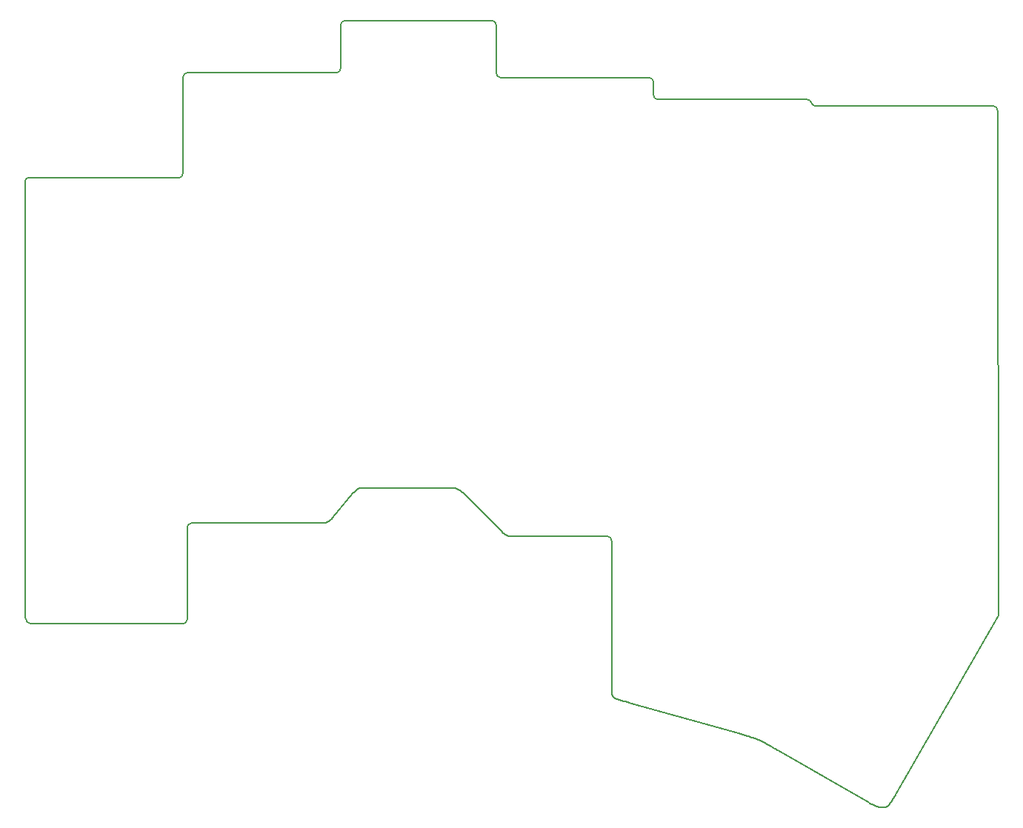
<source format=gm1>
G04 #@! TF.GenerationSoftware,KiCad,Pcbnew,9.0.2*
G04 #@! TF.CreationDate,2025-05-13T18:54:25-04:00*
G04 #@! TF.ProjectId,chocofi,63686f63-6f66-4692-9e6b-696361645f70,2.1*
G04 #@! TF.SameCoordinates,Original*
G04 #@! TF.FileFunction,Profile,NP*
%FSLAX46Y46*%
G04 Gerber Fmt 4.6, Leading zero omitted, Abs format (unit mm)*
G04 Created by KiCad (PCBNEW 9.0.2) date 2025-05-13 18:54:25*
%MOMM*%
%LPD*%
G01*
G04 APERTURE LIST*
G04 #@! TA.AperFunction,Profile*
%ADD10C,0.150000*%
G04 #@! TD*
%ADD11C,0.150000*%
G04 APERTURE END LIST*
D10*
X187620000Y-53805000D02*
X167330400Y-53815020D01*
X94515447Y-62020847D02*
X77419200Y-61976000D01*
X176500000Y-132500000D02*
X188214000Y-112014000D01*
X163000000Y-127500000D02*
X173500000Y-133500000D01*
X166360498Y-53055000D02*
G75*
G02*
X166850402Y-53455020I2J-500000D01*
G01*
X167330400Y-53815020D02*
G75*
G02*
X166850386Y-53455024I0J500020D01*
G01*
X166360498Y-53055000D02*
X149293200Y-53069020D01*
X95015447Y-61520847D02*
G75*
G02*
X94515447Y-62020847I-500047J47D01*
G01*
X95017120Y-50506820D02*
G75*
G02*
X95517120Y-50006820I499980J20D01*
G01*
X130310000Y-44036200D02*
X113530000Y-44049553D01*
X130810000Y-50053400D02*
X130810000Y-44536200D01*
X148293200Y-50569020D02*
X131310000Y-50553400D01*
X148793200Y-52569020D02*
X148793200Y-51069020D01*
X95017120Y-50506820D02*
X95015447Y-61520847D01*
X112547120Y-50006820D02*
X95517120Y-50006820D01*
X113030000Y-44549553D02*
X113047120Y-49506820D01*
X113047120Y-49506820D02*
G75*
G02*
X112547120Y-50006820I-500020J20D01*
G01*
X113030000Y-44549553D02*
G75*
G02*
X113530000Y-44049600I500000J-47D01*
G01*
X130310000Y-44036200D02*
G75*
G02*
X130810000Y-44536200I0J-500000D01*
G01*
X131310000Y-50553400D02*
G75*
G02*
X130810000Y-50053400I0J500000D01*
G01*
X148293200Y-50569020D02*
G75*
G02*
X148793180Y-51069020I0J-499980D01*
G01*
X149293200Y-53069020D02*
G75*
G02*
X148793180Y-52569020I0J500020D01*
G01*
X187620000Y-53805000D02*
G75*
G02*
X188120000Y-54305000I0J-500000D01*
G01*
X95500000Y-112500000D02*
X95500000Y-102000000D01*
D11*
X114500000Y-98000000D02*
X114545441Y-97954575D01*
X114567120Y-97932932D01*
X114588135Y-97911987D01*
X114608509Y-97891729D01*
X114628265Y-97872147D01*
X114647427Y-97853228D01*
X114666016Y-97834961D01*
X114684055Y-97817335D01*
X114692876Y-97808759D01*
X114701569Y-97800339D01*
X114710135Y-97792073D01*
X114718578Y-97783960D01*
X114726902Y-97775999D01*
X114735107Y-97768188D01*
X114743199Y-97760526D01*
X114751179Y-97753012D01*
X114759050Y-97745643D01*
X114766815Y-97738419D01*
X114774477Y-97731337D01*
X114782040Y-97724398D01*
X114789505Y-97717598D01*
X114796875Y-97710938D01*
X114804154Y-97704414D01*
X114811344Y-97698027D01*
X114818449Y-97691774D01*
X114825470Y-97685654D01*
X114832411Y-97679665D01*
X114839275Y-97673807D01*
X114846065Y-97668078D01*
X114852783Y-97662476D01*
X114859433Y-97656999D01*
X114866016Y-97651648D01*
X114872537Y-97646419D01*
X114878998Y-97641312D01*
X114885401Y-97636325D01*
X114891750Y-97631456D01*
X114898048Y-97626705D01*
X114904297Y-97622070D01*
X114910500Y-97617550D01*
X114916660Y-97613142D01*
X114922781Y-97608846D01*
X114928864Y-97604660D01*
X114934912Y-97600583D01*
X114940929Y-97596613D01*
X114946918Y-97592749D01*
X114952881Y-97588989D01*
X114958821Y-97585333D01*
X114964741Y-97581778D01*
X114970644Y-97578323D01*
X114976532Y-97574966D01*
X114982409Y-97571707D01*
X114985344Y-97570114D01*
X114988277Y-97568544D01*
X114991209Y-97566998D01*
X114994140Y-97565476D01*
X114997070Y-97563976D01*
X115000000Y-97562500D01*
X115002930Y-97561047D01*
X115005860Y-97559616D01*
X115008791Y-97558208D01*
X115011723Y-97556822D01*
X115014656Y-97555458D01*
X115017591Y-97554116D01*
X115020528Y-97552797D01*
X115023468Y-97551498D01*
X115026411Y-97550222D01*
X115029356Y-97548966D01*
X115032306Y-97547732D01*
X115035259Y-97546518D01*
X115038217Y-97545326D01*
X115041179Y-97544153D01*
X115044146Y-97543002D01*
X115047119Y-97541870D01*
X115050098Y-97540759D01*
X115053082Y-97539667D01*
X115056073Y-97538595D01*
X115059071Y-97537542D01*
X115062075Y-97536509D01*
X115065088Y-97535495D01*
X115068108Y-97534500D01*
X115071136Y-97533524D01*
X115074174Y-97532566D01*
X115077219Y-97531626D01*
X115080275Y-97530705D01*
X115083340Y-97529802D01*
X115089500Y-97528050D01*
X115095703Y-97526367D01*
X115101952Y-97524753D01*
X115108250Y-97523207D01*
X115114599Y-97521726D01*
X115121002Y-97520309D01*
X115127463Y-97518956D01*
X115133984Y-97517664D01*
X115140567Y-97516432D01*
X115147217Y-97515259D01*
X115153935Y-97514143D01*
X115160725Y-97513083D01*
X115167589Y-97512077D01*
X115174530Y-97511124D01*
X115181551Y-97510222D01*
X115188656Y-97509371D01*
X115195846Y-97508568D01*
X115203125Y-97507813D01*
X115210495Y-97507103D01*
X115217960Y-97506437D01*
X115225523Y-97505815D01*
X115233185Y-97505234D01*
X115240950Y-97504693D01*
X115248821Y-97504190D01*
X115256801Y-97503725D01*
X115264893Y-97503296D01*
X115273098Y-97502901D01*
X115281422Y-97502539D01*
X115289865Y-97502208D01*
X115298431Y-97501907D01*
X115307124Y-97501635D01*
X115315945Y-97501390D01*
X115324897Y-97501171D01*
X115333984Y-97500977D01*
X115343209Y-97500805D01*
X115352573Y-97500654D01*
X115362081Y-97500524D01*
X115371735Y-97500412D01*
X115391491Y-97500238D01*
X115411865Y-97500122D01*
X115432880Y-97500051D01*
X115454559Y-97500015D01*
X115500000Y-97500000D01*
X111000000Y-101500000D02*
X111007746Y-101499960D01*
X111015532Y-101499840D01*
X111023358Y-101499640D01*
X111031225Y-101499359D01*
X111039132Y-101498996D01*
X111047082Y-101498552D01*
X111055073Y-101498026D01*
X111063106Y-101497417D01*
X111071183Y-101496724D01*
X111079302Y-101495948D01*
X111087464Y-101495087D01*
X111095670Y-101494142D01*
X111103921Y-101493111D01*
X111112215Y-101491995D01*
X111120555Y-101490791D01*
X111128940Y-101489501D01*
X111137370Y-101488123D01*
X111145846Y-101486657D01*
X111154368Y-101485102D01*
X111162937Y-101483457D01*
X111171552Y-101481722D01*
X111180214Y-101479896D01*
X111188924Y-101477979D01*
X111197681Y-101475970D01*
X111206486Y-101473868D01*
X111215339Y-101471672D01*
X111224240Y-101469383D01*
X111233190Y-101466998D01*
X111242188Y-101464518D01*
X111251236Y-101461942D01*
X111260332Y-101459269D01*
X111269478Y-101456499D01*
X111278673Y-101453630D01*
X111287918Y-101450662D01*
X111297212Y-101447595D01*
X111306556Y-101444428D01*
X111315950Y-101441159D01*
X111325394Y-101437789D01*
X111334888Y-101434316D01*
X111344431Y-101430740D01*
X111354025Y-101427061D01*
X111363668Y-101423277D01*
X111373362Y-101419388D01*
X111383104Y-101415393D01*
X111392897Y-101411292D01*
X111402739Y-101407084D01*
X111412630Y-101402769D01*
X111422570Y-101398345D01*
X111432559Y-101393812D01*
X111442596Y-101389170D01*
X111452682Y-101384418D01*
X111462815Y-101379556D01*
X111472996Y-101374583D01*
X111483223Y-101369498D01*
X111493497Y-101364302D01*
X111503816Y-101358993D01*
X111514181Y-101353572D01*
X111524590Y-101348038D01*
X111535042Y-101342391D01*
X111545538Y-101336631D01*
X111556075Y-101330756D01*
X111566654Y-101324769D01*
X111577272Y-101318667D01*
X111587929Y-101312452D01*
X111598623Y-101306123D01*
X111609354Y-101299680D01*
X111620119Y-101293124D01*
X111630917Y-101286456D01*
X111641747Y-101279675D01*
X111652606Y-101272782D01*
X111663492Y-101265778D01*
X111674404Y-101258663D01*
X111685338Y-101251439D01*
X111696293Y-101244107D01*
X111707266Y-101236668D01*
X111718253Y-101229124D01*
X111729251Y-101221477D01*
X111740257Y-101213728D01*
X111751267Y-101205880D01*
X111762277Y-101197935D01*
X111773281Y-101189897D01*
X111784276Y-101181769D01*
X111795255Y-101173555D01*
X111806212Y-101165259D01*
X111817141Y-101156886D01*
X111828034Y-101148442D01*
X111838882Y-101139933D01*
X111849678Y-101131367D01*
X111860410Y-101122752D01*
X111871066Y-101114097D01*
X111881633Y-101105415D01*
X111892097Y-101096718D01*
X111902440Y-101088021D01*
X111912642Y-101079342D01*
X111922678Y-101070703D01*
X111932522Y-101062129D01*
X111942138Y-101053653D01*
X111951485Y-101045314D01*
X111960510Y-101037163D01*
X111969143Y-101029266D01*
X111977289Y-101021717D01*
X111984811Y-101014652D01*
X111991488Y-101008290D01*
X111996905Y-101003047D01*
X112000000Y-101000000D01*
D10*
X77012800Y-93776800D02*
X77012800Y-112339600D01*
X76962000Y-62433200D02*
X77012800Y-76708000D01*
X188120000Y-54305000D02*
X188214000Y-112014000D01*
X112000000Y-101000000D02*
X114500000Y-98000000D01*
X143500000Y-103000000D02*
G75*
G02*
X144000000Y-103500000I0J-500000D01*
G01*
D11*
X126000000Y-97500000D02*
X126007746Y-97500040D01*
X126015532Y-97500160D01*
X126023358Y-97500360D01*
X126031225Y-97500641D01*
X126039132Y-97501004D01*
X126047082Y-97501448D01*
X126055073Y-97501974D01*
X126063106Y-97502583D01*
X126071183Y-97503276D01*
X126079302Y-97504052D01*
X126087464Y-97504913D01*
X126095670Y-97505858D01*
X126103921Y-97506889D01*
X126112215Y-97508005D01*
X126120555Y-97509209D01*
X126128940Y-97510499D01*
X126137370Y-97511877D01*
X126145846Y-97513343D01*
X126154368Y-97514898D01*
X126162937Y-97516543D01*
X126171552Y-97518278D01*
X126180214Y-97520104D01*
X126188924Y-97522021D01*
X126197681Y-97524030D01*
X126206486Y-97526132D01*
X126215339Y-97528328D01*
X126224240Y-97530617D01*
X126233190Y-97533002D01*
X126242188Y-97535482D01*
X126251236Y-97538058D01*
X126260332Y-97540731D01*
X126269478Y-97543501D01*
X126278673Y-97546370D01*
X126287918Y-97549338D01*
X126297212Y-97552405D01*
X126306556Y-97555572D01*
X126315950Y-97558841D01*
X126325394Y-97562211D01*
X126334888Y-97565684D01*
X126344431Y-97569260D01*
X126354025Y-97572939D01*
X126363668Y-97576723D01*
X126373362Y-97580612D01*
X126383104Y-97584607D01*
X126392897Y-97588708D01*
X126402739Y-97592916D01*
X126412630Y-97597231D01*
X126422570Y-97601655D01*
X126432559Y-97606188D01*
X126442596Y-97610830D01*
X126452682Y-97615582D01*
X126462815Y-97620444D01*
X126472996Y-97625417D01*
X126483223Y-97630502D01*
X126493497Y-97635698D01*
X126503816Y-97641007D01*
X126514181Y-97646428D01*
X126524590Y-97651962D01*
X126535042Y-97657609D01*
X126545538Y-97663369D01*
X126556075Y-97669244D01*
X126566654Y-97675231D01*
X126577272Y-97681333D01*
X126587929Y-97687548D01*
X126598623Y-97693877D01*
X126609354Y-97700320D01*
X126620119Y-97706876D01*
X126630917Y-97713544D01*
X126641747Y-97720325D01*
X126652606Y-97727218D01*
X126663492Y-97734222D01*
X126674404Y-97741337D01*
X126685338Y-97748561D01*
X126696293Y-97755893D01*
X126707266Y-97763332D01*
X126718253Y-97770876D01*
X126729251Y-97778523D01*
X126740257Y-97786272D01*
X126751267Y-97794120D01*
X126762277Y-97802065D01*
X126773281Y-97810103D01*
X126784276Y-97818231D01*
X126795255Y-97826445D01*
X126806212Y-97834741D01*
X126817141Y-97843114D01*
X126828034Y-97851558D01*
X126838882Y-97860067D01*
X126849678Y-97868633D01*
X126860410Y-97877248D01*
X126871066Y-97885903D01*
X126881633Y-97894585D01*
X126892097Y-97903282D01*
X126902440Y-97911979D01*
X126912642Y-97920658D01*
X126922678Y-97929297D01*
X126932522Y-97937871D01*
X126942138Y-97946347D01*
X126951485Y-97954686D01*
X126960510Y-97962837D01*
X126969143Y-97970734D01*
X126977289Y-97978283D01*
X126984811Y-97985348D01*
X126991488Y-97991710D01*
X126996905Y-97996953D01*
X127000000Y-98000000D01*
X163000000Y-127500000D02*
X162908096Y-127444813D01*
X162815060Y-127388857D01*
X162720100Y-127331655D01*
X162621944Y-127272440D01*
X162518292Y-127209823D01*
X162404118Y-127140767D01*
X162268216Y-127058501D01*
X162124900Y-126971752D01*
X162057496Y-126930995D01*
X161992770Y-126891909D01*
X161930603Y-126854438D01*
X161900442Y-126836291D01*
X161870875Y-126818527D01*
X161841888Y-126801139D01*
X161813467Y-126784119D01*
X161785595Y-126767462D01*
X161758259Y-126751160D01*
X161731444Y-126735206D01*
X161705133Y-126719594D01*
X161679314Y-126704315D01*
X161653970Y-126689364D01*
X161629087Y-126674733D01*
X161604649Y-126660416D01*
X161580643Y-126646405D01*
X161557052Y-126632693D01*
X161533863Y-126619274D01*
X161511060Y-126606141D01*
X161488629Y-126593286D01*
X161466553Y-126580703D01*
X161444820Y-126568384D01*
X161423413Y-126556324D01*
X161402317Y-126544514D01*
X161381519Y-126532948D01*
X161361002Y-126521618D01*
X161340753Y-126510519D01*
X161320755Y-126499642D01*
X161300995Y-126488982D01*
X161291199Y-126483731D01*
X161281457Y-126478531D01*
X161271766Y-126473381D01*
X161262126Y-126468282D01*
X161252534Y-126463230D01*
X161242988Y-126458227D01*
X161233486Y-126453271D01*
X161224027Y-126448361D01*
X161214609Y-126443497D01*
X161205230Y-126438677D01*
X161195887Y-126433900D01*
X161186580Y-126429166D01*
X161177305Y-126424474D01*
X161168062Y-126419823D01*
X161158849Y-126415212D01*
X161149663Y-126410641D01*
X161140503Y-126406107D01*
X161131367Y-126401611D01*
X161122253Y-126397152D01*
X161113159Y-126392728D01*
X161104083Y-126388340D01*
X161095024Y-126383985D01*
X161085980Y-126379663D01*
X161076948Y-126375374D01*
X161067927Y-126371116D01*
X161058915Y-126366889D01*
X161049910Y-126362691D01*
X161040910Y-126358522D01*
X161031914Y-126354381D01*
X161022920Y-126350267D01*
X161013925Y-126346180D01*
X161004928Y-126342117D01*
X160995927Y-126338079D01*
X160986919Y-126334065D01*
X160977905Y-126330073D01*
X160968880Y-126326103D01*
X160959844Y-126322154D01*
X160950795Y-126318225D01*
X160941730Y-126314316D01*
X160932649Y-126310425D01*
X160923548Y-126306551D01*
X160914427Y-126302694D01*
X160905283Y-126298852D01*
X160896114Y-126295026D01*
X160886919Y-126291213D01*
X160877696Y-126287414D01*
X160868443Y-126283627D01*
X160859158Y-126279851D01*
X160849838Y-126276086D01*
X160840483Y-126272330D01*
X160831091Y-126268584D01*
X160821659Y-126264845D01*
X160812186Y-126261113D01*
X160802669Y-126257388D01*
X160793108Y-126253667D01*
X160783500Y-126249952D01*
X160773843Y-126246239D01*
X160764135Y-126242530D01*
X160754375Y-126238822D01*
X160744560Y-126235116D01*
X160724761Y-126227702D01*
X160704722Y-126220281D01*
X160684428Y-126212847D01*
X160663865Y-126205393D01*
X160643017Y-126197911D01*
X160621870Y-126190394D01*
X160600408Y-126182837D01*
X160578618Y-126175231D01*
X160556483Y-126167570D01*
X160533990Y-126159846D01*
X160511122Y-126152054D01*
X160487866Y-126144185D01*
X160464206Y-126136233D01*
X160440128Y-126128192D01*
X160415616Y-126120053D01*
X160390656Y-126111810D01*
X160365232Y-126103457D01*
X160339330Y-126094985D01*
X160312935Y-126086389D01*
X160286033Y-126077661D01*
X160258607Y-126068794D01*
X160230643Y-126059782D01*
X160202127Y-126050617D01*
X160173043Y-126041293D01*
X160113113Y-126022137D01*
X160050733Y-126002260D01*
X159985785Y-125981605D01*
X159847706Y-125937741D01*
X159774337Y-125914420D01*
X159697923Y-125890100D01*
X159618343Y-125864723D01*
X159535480Y-125838236D01*
X159492780Y-125824558D01*
X159449214Y-125810581D01*
X159404767Y-125796299D01*
X159359425Y-125781704D01*
X159313172Y-125766790D01*
X159265994Y-125751549D01*
X159217876Y-125735975D01*
X159168803Y-125720060D01*
X159118760Y-125703798D01*
X159067732Y-125687182D01*
X159015704Y-125670204D01*
X158962661Y-125652858D01*
X158908588Y-125635137D01*
X158853472Y-125617034D01*
X158797295Y-125598541D01*
X158740044Y-125579653D01*
X158681704Y-125560362D01*
X158622260Y-125540660D01*
X158561697Y-125520542D01*
X158500000Y-125500000D01*
D10*
X95500000Y-102000000D02*
G75*
G02*
X96000000Y-101500000I500000J0D01*
G01*
X143500000Y-103000000D02*
X132500000Y-103000000D01*
D11*
X176500000Y-132500000D02*
X176479343Y-132531057D01*
X176458343Y-132562769D01*
X176436931Y-132595246D01*
X176415013Y-132628631D01*
X176392470Y-132663110D01*
X176369134Y-132698945D01*
X176344761Y-132736512D01*
X176318975Y-132776397D01*
X176291133Y-132819600D01*
X176259953Y-132868119D01*
X176221992Y-132927314D01*
X176206736Y-132951123D01*
X176172895Y-133003922D01*
X176139793Y-133055485D01*
X176123504Y-133080801D01*
X176107381Y-133105804D01*
X176091418Y-133130494D01*
X176075609Y-133154870D01*
X176059948Y-133178931D01*
X176044429Y-133202676D01*
X176029046Y-133226104D01*
X176013792Y-133249214D01*
X175998662Y-133272004D01*
X175991142Y-133283279D01*
X175983650Y-133294474D01*
X175976186Y-133305589D01*
X175968750Y-133316623D01*
X175961339Y-133327577D01*
X175953954Y-133338450D01*
X175946594Y-133349242D01*
X175939259Y-133359953D01*
X175931946Y-133370584D01*
X175924656Y-133381133D01*
X175917388Y-133391600D01*
X175910140Y-133401987D01*
X175902913Y-133412291D01*
X175895706Y-133422514D01*
X175888517Y-133432656D01*
X175881346Y-133442715D01*
X175874193Y-133452692D01*
X175867055Y-133462587D01*
X175859934Y-133472399D01*
X175852828Y-133482130D01*
X175845735Y-133491777D01*
X175838656Y-133501342D01*
X175831590Y-133510824D01*
X175824536Y-133520223D01*
X175817493Y-133529539D01*
X175810460Y-133538772D01*
X175803437Y-133547921D01*
X175796422Y-133556987D01*
X175789416Y-133565969D01*
X175782417Y-133574868D01*
X175775425Y-133583682D01*
X175768438Y-133592413D01*
X175761456Y-133601060D01*
X175754479Y-133609622D01*
X175747505Y-133618100D01*
X175740534Y-133626494D01*
X175733565Y-133634803D01*
X175726598Y-133643027D01*
X175719630Y-133651166D01*
X175712663Y-133659220D01*
X175705694Y-133667190D01*
X175698724Y-133675074D01*
X175691751Y-133682872D01*
X175684775Y-133690585D01*
X175677794Y-133698213D01*
X175670809Y-133705754D01*
X175663818Y-133713210D01*
X175656821Y-133720580D01*
X175649817Y-133727863D01*
X175642804Y-133735061D01*
X175635783Y-133742172D01*
X175628753Y-133749196D01*
X175621713Y-133756134D01*
X175614661Y-133762985D01*
X175607598Y-133769749D01*
X175600523Y-133776426D01*
X175593434Y-133783016D01*
X175586331Y-133789519D01*
X175579213Y-133795934D01*
X175572080Y-133802262D01*
X175564931Y-133808502D01*
X175557765Y-133814654D01*
X175550581Y-133820719D01*
X175543378Y-133826695D01*
X175539770Y-133829650D01*
X175536156Y-133832583D01*
X175532538Y-133835494D01*
X175528914Y-133838383D01*
X175525285Y-133841250D01*
X175521651Y-133844095D01*
X175518012Y-133846917D01*
X175514367Y-133849718D01*
X175510716Y-133852496D01*
X175507060Y-133855252D01*
X175503398Y-133857986D01*
X175499730Y-133860697D01*
X175496056Y-133863387D01*
X175492376Y-133866054D01*
X175488690Y-133868699D01*
X175484998Y-133871321D01*
X175481299Y-133873922D01*
X175477594Y-133876500D01*
X175473883Y-133879055D01*
X175470164Y-133881589D01*
X175466439Y-133884100D01*
X175462707Y-133886588D01*
X175458969Y-133889054D01*
X175455223Y-133891498D01*
X175451470Y-133893919D01*
X175447710Y-133896318D01*
X175443942Y-133898695D01*
X175440168Y-133901049D01*
X175436385Y-133903380D01*
X175432596Y-133905689D01*
X175428798Y-133907976D01*
X175424993Y-133910240D01*
X175421179Y-133912481D01*
X175417358Y-133914700D01*
X175413529Y-133916896D01*
X175409692Y-133919070D01*
X175405846Y-133921221D01*
X175401992Y-133923350D01*
X175398130Y-133925455D01*
X175394259Y-133927538D01*
X175390379Y-133929599D01*
X175386491Y-133931637D01*
X175382594Y-133933652D01*
X175378688Y-133935644D01*
X175374773Y-133937614D01*
X175370848Y-133939560D01*
X175366915Y-133941485D01*
X175362972Y-133943386D01*
X175359020Y-133945264D01*
X175355059Y-133947120D01*
X175351088Y-133948953D01*
X175347107Y-133950763D01*
X175343116Y-133952550D01*
X175339116Y-133954314D01*
X175335105Y-133956055D01*
X175331085Y-133957774D01*
X175327054Y-133959469D01*
X175323014Y-133961142D01*
X175318962Y-133962791D01*
X175314901Y-133964418D01*
X175310828Y-133966022D01*
X175306746Y-133967602D01*
X175302652Y-133969160D01*
X175298548Y-133970694D01*
X175294432Y-133972206D01*
X175290306Y-133973694D01*
X175286169Y-133975159D01*
X175282020Y-133976602D01*
X175277860Y-133978021D01*
X175273689Y-133979417D01*
X175269506Y-133980790D01*
X175265312Y-133982139D01*
X175261106Y-133983466D01*
X175256888Y-133984769D01*
X175252658Y-133986049D01*
X175248417Y-133987306D01*
X175244163Y-133988539D01*
X175239897Y-133989750D01*
X175235619Y-133990937D01*
X175231329Y-133992100D01*
X175227026Y-133993241D01*
X175222711Y-133994358D01*
X175218383Y-133995452D01*
X175214042Y-133996522D01*
X175209688Y-133997569D01*
X175205322Y-133998593D01*
X175200942Y-133999593D01*
X175196550Y-134000570D01*
X175192144Y-134001523D01*
X175187725Y-134002453D01*
X175183293Y-134003359D01*
X175178847Y-134004242D01*
X175174387Y-134005102D01*
X175169914Y-134005938D01*
X175165427Y-134006750D01*
X175160926Y-134007539D01*
X175156412Y-134008304D01*
X175151883Y-134009046D01*
X175147340Y-134009764D01*
X175142783Y-134010459D01*
X175138211Y-134011130D01*
X175133625Y-134011777D01*
X175129025Y-134012400D01*
X175124409Y-134013000D01*
X175119780Y-134013577D01*
X175115135Y-134014129D01*
X175110475Y-134014658D01*
X175105801Y-134015163D01*
X175101111Y-134015644D01*
X175096406Y-134016102D01*
X175091686Y-134016535D01*
X175086950Y-134016945D01*
X175082199Y-134017332D01*
X175077433Y-134017694D01*
X175072651Y-134018032D01*
X175067852Y-134018347D01*
X175063039Y-134018638D01*
X175058209Y-134018904D01*
X175053363Y-134019147D01*
X175048501Y-134019366D01*
X175043622Y-134019561D01*
X175038728Y-134019732D01*
X175033817Y-134019879D01*
X175028889Y-134020002D01*
X175023945Y-134020102D01*
X175018984Y-134020177D01*
X175014006Y-134020228D01*
X175009012Y-134020255D01*
X175004000Y-134020257D01*
X174998971Y-134020236D01*
X174993925Y-134020191D01*
X174988862Y-134020122D01*
X174983781Y-134020028D01*
X174978683Y-134019910D01*
X174973568Y-134019768D01*
X174968434Y-134019602D01*
X174963283Y-134019412D01*
X174958114Y-134019198D01*
X174952927Y-134018959D01*
X174947722Y-134018696D01*
X174942499Y-134018409D01*
X174937258Y-134018097D01*
X174931998Y-134017762D01*
X174926720Y-134017402D01*
X174921424Y-134017017D01*
X174916108Y-134016608D01*
X174910774Y-134016175D01*
X174905422Y-134015718D01*
X174900050Y-134015236D01*
X174894659Y-134014730D01*
X174889249Y-134014199D01*
X174883821Y-134013644D01*
X174878372Y-134013064D01*
X174872905Y-134012460D01*
X174867418Y-134011832D01*
X174861911Y-134011179D01*
X174856385Y-134010501D01*
X174850838Y-134009799D01*
X174845273Y-134009073D01*
X174839687Y-134008321D01*
X174834081Y-134007546D01*
X174828455Y-134006745D01*
X174822808Y-134005920D01*
X174817142Y-134005071D01*
X174811455Y-134004197D01*
X174805747Y-134003298D01*
X174800019Y-134002374D01*
X174794270Y-134001426D01*
X174788500Y-134000453D01*
X174782709Y-133999455D01*
X174776898Y-133998433D01*
X174771065Y-133997386D01*
X174765211Y-133996314D01*
X174759336Y-133995217D01*
X174753439Y-133994096D01*
X174747521Y-133992949D01*
X174741582Y-133991778D01*
X174735620Y-133990582D01*
X174723632Y-133988115D01*
X174711557Y-133985549D01*
X174699392Y-133982883D01*
X174687139Y-133980118D01*
X174674795Y-133977252D01*
X174662361Y-133974286D01*
X174649834Y-133971220D01*
X174637216Y-133968054D01*
X174624504Y-133964787D01*
X174611699Y-133961420D01*
X174598799Y-133957951D01*
X174585803Y-133954382D01*
X174572712Y-133950712D01*
X174559523Y-133946941D01*
X174546237Y-133943069D01*
X174532852Y-133939095D01*
X174519368Y-133935020D01*
X174505784Y-133930844D01*
X174492099Y-133926565D01*
X174478313Y-133922185D01*
X174464425Y-133917702D01*
X174450433Y-133913118D01*
X174436338Y-133908431D01*
X174422139Y-133903642D01*
X174407834Y-133898751D01*
X174393422Y-133893756D01*
X174378905Y-133888659D01*
X174364279Y-133883460D01*
X174349545Y-133878157D01*
X174334702Y-133872751D01*
X174319750Y-133867242D01*
X174304686Y-133861629D01*
X174289511Y-133855913D01*
X174274225Y-133850093D01*
X174258825Y-133844169D01*
X174243311Y-133838142D01*
X174227683Y-133832011D01*
X174211940Y-133825775D01*
X174196081Y-133819435D01*
X174180105Y-133812991D01*
X174164012Y-133806442D01*
X174147801Y-133799789D01*
X174131470Y-133793030D01*
X174115020Y-133786167D01*
X174098449Y-133779199D01*
X174081757Y-133772126D01*
X174064943Y-133764947D01*
X174048006Y-133757663D01*
X174030946Y-133750273D01*
X174013761Y-133742778D01*
X173996451Y-133735177D01*
X173979016Y-133727470D01*
X173961453Y-133719657D01*
X173943764Y-133711738D01*
X173925946Y-133703712D01*
X173907999Y-133695581D01*
X173889923Y-133687342D01*
X173871717Y-133678997D01*
X173853379Y-133670545D01*
X173834909Y-133661986D01*
X173816306Y-133653320D01*
X173797570Y-133644547D01*
X173778700Y-133635666D01*
X173759695Y-133626678D01*
X173740554Y-133617583D01*
X173721277Y-133608380D01*
X173701862Y-133599069D01*
X173682310Y-133589650D01*
X173662618Y-133580123D01*
X173642788Y-133570487D01*
X173622816Y-133560744D01*
X173602704Y-133550892D01*
X173582450Y-133540931D01*
X173562053Y-133530862D01*
X173541513Y-133520683D01*
X173520829Y-133510396D01*
X173500000Y-133500000D01*
D10*
X95500000Y-112500000D02*
G75*
G02*
X95000000Y-113000000I-500000J0D01*
G01*
D11*
X146000000Y-122000000D02*
X145907707Y-121976921D01*
X145818298Y-121954529D01*
X145774661Y-121943576D01*
X145731728Y-121932777D01*
X145689492Y-121922128D01*
X145647949Y-121911621D01*
X145607093Y-121901252D01*
X145566917Y-121891014D01*
X145527417Y-121880902D01*
X145488586Y-121870911D01*
X145450419Y-121861033D01*
X145412910Y-121851265D01*
X145376054Y-121841599D01*
X145339844Y-121832031D01*
X145304275Y-121822555D01*
X145286729Y-121817849D01*
X145269341Y-121813164D01*
X145252110Y-121808499D01*
X145235036Y-121803853D01*
X145218118Y-121799226D01*
X145201355Y-121794617D01*
X145184747Y-121790025D01*
X145168292Y-121785449D01*
X145151991Y-121780889D01*
X145135841Y-121776344D01*
X145119844Y-121771814D01*
X145103997Y-121767297D01*
X145088301Y-121762793D01*
X145072754Y-121758301D01*
X145057356Y-121753820D01*
X145042106Y-121749351D01*
X145027003Y-121744891D01*
X145012047Y-121740440D01*
X144997237Y-121735999D01*
X144982572Y-121731565D01*
X144968051Y-121727138D01*
X144953674Y-121722717D01*
X144939441Y-121718303D01*
X144925349Y-121713893D01*
X144911399Y-121709488D01*
X144897591Y-121705086D01*
X144883922Y-121700687D01*
X144870393Y-121696290D01*
X144857002Y-121691895D01*
X144843750Y-121687500D01*
X144830635Y-121683105D01*
X144817657Y-121678710D01*
X144804814Y-121674313D01*
X144792107Y-121669914D01*
X144779534Y-121665512D01*
X144767095Y-121661107D01*
X144754789Y-121656697D01*
X144742615Y-121652283D01*
X144730573Y-121647862D01*
X144718661Y-121643435D01*
X144706880Y-121639001D01*
X144695229Y-121634560D01*
X144683706Y-121630109D01*
X144672311Y-121625649D01*
X144661043Y-121621180D01*
X144649902Y-121616699D01*
X144638887Y-121612207D01*
X144627997Y-121607703D01*
X144617232Y-121603186D01*
X144606590Y-121598656D01*
X144596072Y-121594111D01*
X144585675Y-121589551D01*
X144575400Y-121584975D01*
X144565247Y-121580383D01*
X144555213Y-121575774D01*
X144545299Y-121571147D01*
X144535503Y-121566501D01*
X144525826Y-121561836D01*
X144516265Y-121557151D01*
X144506822Y-121552445D01*
X144497494Y-121547718D01*
X144488281Y-121542969D01*
X144479183Y-121538196D01*
X144470199Y-121533401D01*
X144461327Y-121528580D01*
X144452568Y-121523735D01*
X144443920Y-121518864D01*
X144435384Y-121513967D01*
X144426957Y-121509042D01*
X144422785Y-121506569D01*
X144418640Y-121504089D01*
X144414522Y-121501602D01*
X144410432Y-121499108D01*
X144406368Y-121496607D01*
X144402331Y-121494098D01*
X144398321Y-121491581D01*
X144394338Y-121489057D01*
X144390382Y-121486525D01*
X144386452Y-121483986D01*
X144382548Y-121481439D01*
X144378671Y-121478883D01*
X144374820Y-121476320D01*
X144370996Y-121473748D01*
X144367197Y-121471168D01*
X144363424Y-121468580D01*
X144359678Y-121465984D01*
X144355957Y-121463379D01*
X144352262Y-121460765D01*
X144348593Y-121458143D01*
X144344949Y-121455512D01*
X144341331Y-121452872D01*
X144337738Y-121450223D01*
X144334170Y-121447566D01*
X144330628Y-121444899D01*
X144327110Y-121442223D01*
X144323618Y-121439537D01*
X144320151Y-121436842D01*
X144316708Y-121434138D01*
X144313291Y-121431424D01*
X144309898Y-121428701D01*
X144306529Y-121425967D01*
X144303185Y-121423224D01*
X144299866Y-121420471D01*
X144296571Y-121417708D01*
X144293300Y-121414935D01*
X144290053Y-121412152D01*
X144286830Y-121409358D01*
X144283631Y-121406554D01*
X144280456Y-121403740D01*
X144277305Y-121400915D01*
X144274178Y-121398079D01*
X144271074Y-121395233D01*
X144267993Y-121392375D01*
X144264936Y-121389507D01*
X144261903Y-121386628D01*
X144258892Y-121383738D01*
X144255905Y-121380837D01*
X144252941Y-121377924D01*
X144250000Y-121375000D01*
X144247082Y-121372065D01*
X144244186Y-121369118D01*
X144241314Y-121366159D01*
X144238463Y-121363189D01*
X144235636Y-121360207D01*
X144232831Y-121357213D01*
X144230048Y-121354207D01*
X144227287Y-121351189D01*
X144224549Y-121348158D01*
X144221833Y-121345116D01*
X144219138Y-121342061D01*
X144216466Y-121338994D01*
X144213815Y-121335914D01*
X144211187Y-121332822D01*
X144208579Y-121329717D01*
X144205994Y-121326599D01*
X144203429Y-121323468D01*
X144200887Y-121320325D01*
X144198365Y-121317168D01*
X144195865Y-121313998D01*
X144193385Y-121310815D01*
X144190927Y-121307619D01*
X144188490Y-121304409D01*
X144186073Y-121301186D01*
X144183678Y-121297949D01*
X144181302Y-121294698D01*
X144178948Y-121291434D01*
X144176614Y-121288156D01*
X144174300Y-121284863D01*
X144172007Y-121281557D01*
X144169734Y-121278237D01*
X144167480Y-121274902D01*
X144165247Y-121271554D01*
X144163034Y-121268190D01*
X144160841Y-121264813D01*
X144158668Y-121261420D01*
X144156514Y-121258013D01*
X144154379Y-121254592D01*
X144152265Y-121251155D01*
X144150169Y-121247704D01*
X144148093Y-121244237D01*
X144146037Y-121240755D01*
X144143999Y-121237259D01*
X144141980Y-121233747D01*
X144139980Y-121230219D01*
X144138000Y-121226676D01*
X144136038Y-121223118D01*
X144134094Y-121219543D01*
X144132169Y-121215954D01*
X144130263Y-121212348D01*
X144128375Y-121208726D01*
X144126506Y-121205089D01*
X144124655Y-121201435D01*
X144122821Y-121197765D01*
X144121006Y-121194079D01*
X144119209Y-121190376D01*
X144117430Y-121186657D01*
X144115669Y-121182922D01*
X144113925Y-121179170D01*
X144112199Y-121175401D01*
X144110490Y-121171615D01*
X144108799Y-121167812D01*
X144107125Y-121163993D01*
X144105469Y-121160156D01*
X144103829Y-121156302D01*
X144102207Y-121152431D01*
X144100602Y-121148543D01*
X144099013Y-121144637D01*
X144097442Y-121140714D01*
X144095887Y-121136773D01*
X144094349Y-121132814D01*
X144092827Y-121128838D01*
X144091322Y-121124843D01*
X144089833Y-121120831D01*
X144088360Y-121116801D01*
X144086904Y-121112752D01*
X144085463Y-121108685D01*
X144084039Y-121104600D01*
X144082630Y-121100497D01*
X144081238Y-121096375D01*
X144079861Y-121092234D01*
X144078500Y-121088075D01*
X144077154Y-121083896D01*
X144075824Y-121079700D01*
X144074509Y-121075484D01*
X144073209Y-121071249D01*
X144071925Y-121066995D01*
X144070656Y-121062721D01*
X144068162Y-121054117D01*
X144065728Y-121045434D01*
X144063353Y-121036673D01*
X144061035Y-121027832D01*
X144058775Y-121018911D01*
X144056571Y-121009910D01*
X144054423Y-121000826D01*
X144052330Y-120991661D01*
X144050291Y-120982413D01*
X144048306Y-120973081D01*
X144046374Y-120963664D01*
X144044495Y-120954163D01*
X144042666Y-120944575D01*
X144040889Y-120934901D01*
X144039161Y-120925140D01*
X144037483Y-120915291D01*
X144035854Y-120905353D01*
X144034272Y-120895326D01*
X144032738Y-120885208D01*
X144031250Y-120875000D01*
X144029808Y-120864700D01*
X144028411Y-120854308D01*
X144027058Y-120843823D01*
X144025749Y-120833244D01*
X144024483Y-120822571D01*
X144023259Y-120811803D01*
X144022077Y-120800939D01*
X144020935Y-120789978D01*
X144019833Y-120778920D01*
X144018771Y-120767764D01*
X144017748Y-120756509D01*
X144016762Y-120745155D01*
X144015813Y-120733701D01*
X144014901Y-120722146D01*
X144014025Y-120710489D01*
X144013184Y-120698730D01*
X144012377Y-120686869D01*
X144011603Y-120674903D01*
X144010863Y-120662833D01*
X144010155Y-120650658D01*
X144009478Y-120638377D01*
X144008832Y-120625989D01*
X144008216Y-120613494D01*
X144007629Y-120600891D01*
X144007071Y-120588179D01*
X144006541Y-120575358D01*
X144006038Y-120562427D01*
X144005562Y-120549385D01*
X144005111Y-120536231D01*
X144004685Y-120522965D01*
X144004284Y-120509586D01*
X144003906Y-120496094D01*
X144003551Y-120482487D01*
X144003219Y-120468764D01*
X144002907Y-120454926D01*
X144002617Y-120440971D01*
X144002346Y-120426899D01*
X144002095Y-120412709D01*
X144001648Y-120383972D01*
X144001269Y-120354754D01*
X144000954Y-120325050D01*
X144000695Y-120294854D01*
X144000488Y-120264160D01*
X144000327Y-120232963D01*
X144000206Y-120201256D01*
X144000119Y-120169034D01*
X144000061Y-120136292D01*
X144000008Y-120069221D01*
X144000000Y-120000000D01*
D10*
X131500000Y-102500000D02*
X127000000Y-98000000D01*
X77012800Y-76708000D02*
X77012800Y-93776800D01*
X144000000Y-103500000D02*
X144000000Y-120000000D01*
D11*
X132500000Y-103000000D02*
X132492254Y-102999960D01*
X132484468Y-102999840D01*
X132476642Y-102999640D01*
X132468775Y-102999359D01*
X132460868Y-102998996D01*
X132452918Y-102998552D01*
X132444927Y-102998026D01*
X132436894Y-102997417D01*
X132428817Y-102996724D01*
X132420698Y-102995948D01*
X132412536Y-102995087D01*
X132404330Y-102994142D01*
X132396079Y-102993111D01*
X132387785Y-102991995D01*
X132379445Y-102990791D01*
X132371060Y-102989501D01*
X132362630Y-102988123D01*
X132354154Y-102986657D01*
X132345632Y-102985102D01*
X132337063Y-102983457D01*
X132328448Y-102981722D01*
X132319786Y-102979896D01*
X132311076Y-102977979D01*
X132302319Y-102975970D01*
X132293514Y-102973868D01*
X132284661Y-102971672D01*
X132275760Y-102969383D01*
X132266810Y-102966998D01*
X132257812Y-102964518D01*
X132248764Y-102961942D01*
X132239668Y-102959269D01*
X132230522Y-102956499D01*
X132221327Y-102953630D01*
X132212082Y-102950662D01*
X132202788Y-102947595D01*
X132193444Y-102944428D01*
X132184050Y-102941159D01*
X132174606Y-102937789D01*
X132165112Y-102934316D01*
X132155569Y-102930740D01*
X132145975Y-102927061D01*
X132136332Y-102923277D01*
X132126638Y-102919388D01*
X132116896Y-102915393D01*
X132107103Y-102911292D01*
X132097261Y-102907084D01*
X132087370Y-102902769D01*
X132077430Y-102898345D01*
X132067441Y-102893812D01*
X132057404Y-102889170D01*
X132047318Y-102884418D01*
X132037185Y-102879556D01*
X132027004Y-102874583D01*
X132016777Y-102869498D01*
X132006503Y-102864302D01*
X131996184Y-102858993D01*
X131985819Y-102853572D01*
X131975410Y-102848038D01*
X131964958Y-102842391D01*
X131954462Y-102836631D01*
X131943925Y-102830756D01*
X131933346Y-102824769D01*
X131922728Y-102818667D01*
X131912071Y-102812452D01*
X131901377Y-102806123D01*
X131890646Y-102799680D01*
X131879881Y-102793124D01*
X131869083Y-102786456D01*
X131858253Y-102779675D01*
X131847394Y-102772782D01*
X131836508Y-102765778D01*
X131825596Y-102758663D01*
X131814662Y-102751439D01*
X131803707Y-102744107D01*
X131792734Y-102736668D01*
X131781747Y-102729124D01*
X131770749Y-102721477D01*
X131759743Y-102713728D01*
X131748733Y-102705880D01*
X131737723Y-102697935D01*
X131726719Y-102689897D01*
X131715724Y-102681769D01*
X131704745Y-102673555D01*
X131693788Y-102665259D01*
X131682859Y-102656886D01*
X131671966Y-102648442D01*
X131661118Y-102639933D01*
X131650322Y-102631367D01*
X131639590Y-102622752D01*
X131628934Y-102614097D01*
X131618367Y-102605415D01*
X131607903Y-102596718D01*
X131597560Y-102588021D01*
X131587358Y-102579342D01*
X131577322Y-102570703D01*
X131567478Y-102562129D01*
X131557862Y-102553653D01*
X131548515Y-102545314D01*
X131539490Y-102537163D01*
X131530857Y-102529266D01*
X131522711Y-102521717D01*
X131515189Y-102514652D01*
X131508512Y-102508290D01*
X131503095Y-102503047D01*
X131500000Y-102500000D01*
D10*
X76962000Y-62433200D02*
G75*
G02*
X77419200Y-61976000I457200J0D01*
G01*
X115500000Y-97500000D02*
X126000000Y-97500000D01*
X96000000Y-101500000D02*
X111000000Y-101500000D01*
X77673200Y-113000000D02*
X95000000Y-113000000D01*
X146000000Y-122000000D02*
X158500000Y-125500000D01*
X77673200Y-113000000D02*
G75*
G02*
X77012800Y-112339600I0J660400D01*
G01*
M02*

</source>
